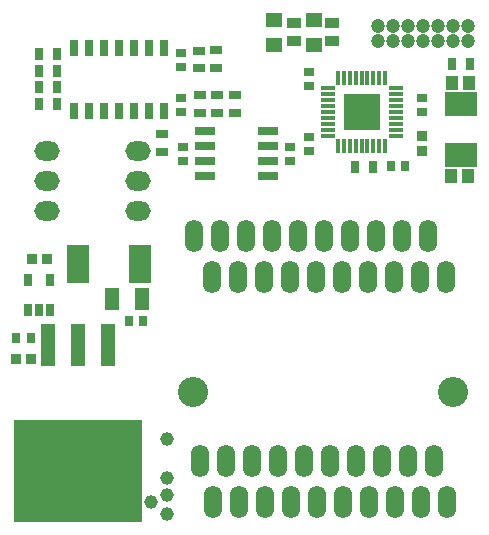
<source format=gts>
G04*
G04 #@! TF.GenerationSoftware,Altium Limited,Altium Designer,21.0.8 (223)*
G04*
G04 Layer_Color=8388736*
%FSLAX25Y25*%
%MOIN*%
G70*
G04*
G04 #@! TF.SameCoordinates,AE60A7D3-7942-428E-9249-63F1B2AFBED3*
G04*
G04*
G04 #@! TF.FilePolarity,Negative*
G04*
G01*
G75*
%ADD20R,0.03543X0.02953*%
%ADD23R,0.03379X0.03174*%
%ADD26R,0.02953X0.03543*%
%ADD28R,0.03174X0.03379*%
%ADD29R,0.02598X0.03937*%
%ADD35R,0.12402X0.12402*%
%ADD36O,0.01575X0.04724*%
%ADD37O,0.04724X0.01575*%
%ADD38R,0.03150X0.04134*%
%ADD39R,0.04134X0.03150*%
%ADD40R,0.05315X0.04921*%
%ADD41R,0.04528X0.03740*%
%ADD42R,0.10827X0.08071*%
%ADD43R,0.04331X0.04724*%
%ADD44R,0.06693X0.02953*%
%ADD45R,0.07598X0.12992*%
%ADD46R,0.02874X0.05236*%
%ADD47R,0.05136X0.07308*%
%ADD48R,0.42717X0.34449*%
%ADD49R,0.04528X0.13976*%
%ADD50C,0.04724*%
%ADD51O,0.08465X0.06496*%
%ADD52O,0.06102X0.10827*%
%ADD53C,0.10039*%
%ADD54C,0.02559*%
%ADD55C,0.04528*%
D20*
X310900Y348462D02*
D03*
Y343738D02*
D03*
X348700Y356838D02*
D03*
Y361562D02*
D03*
X310900Y370200D02*
D03*
Y365476D02*
D03*
X304500Y340438D02*
D03*
Y345162D02*
D03*
X268900Y340438D02*
D03*
Y345162D02*
D03*
X268200Y376662D02*
D03*
Y371938D02*
D03*
Y356900D02*
D03*
Y361624D02*
D03*
D23*
X348700Y343835D02*
D03*
Y348765D02*
D03*
D26*
X338400Y338800D02*
D03*
X343124D02*
D03*
X255724Y287200D02*
D03*
X251000D02*
D03*
X213438Y281500D02*
D03*
X218162D02*
D03*
D28*
X223530Y307800D02*
D03*
X218600D02*
D03*
X213435Y274700D02*
D03*
X218365D02*
D03*
D29*
X217160Y301018D02*
D03*
X224640D02*
D03*
Y290782D02*
D03*
X220900D02*
D03*
X217160D02*
D03*
D35*
X328481Y356874D02*
D03*
D36*
X336355Y345555D02*
D03*
X334387D02*
D03*
X332418D02*
D03*
X330450D02*
D03*
X328481D02*
D03*
X326513D02*
D03*
X324544D02*
D03*
X322576D02*
D03*
X320607D02*
D03*
Y368193D02*
D03*
X322576D02*
D03*
X324544D02*
D03*
X326513D02*
D03*
X328481D02*
D03*
X330450D02*
D03*
X332418D02*
D03*
X334387D02*
D03*
X336355D02*
D03*
D37*
X317162Y349000D02*
D03*
Y350969D02*
D03*
Y352937D02*
D03*
Y354906D02*
D03*
Y356874D02*
D03*
Y358842D02*
D03*
Y360811D02*
D03*
Y362779D02*
D03*
Y364748D02*
D03*
X339800D02*
D03*
Y362779D02*
D03*
Y360811D02*
D03*
Y358842D02*
D03*
Y356874D02*
D03*
Y354906D02*
D03*
Y352937D02*
D03*
Y350969D02*
D03*
Y349000D02*
D03*
D38*
X226800Y359600D02*
D03*
X220895D02*
D03*
X226800Y365300D02*
D03*
X220895D02*
D03*
X226800Y370699D02*
D03*
X220895D02*
D03*
X226800Y376266D02*
D03*
X220895D02*
D03*
X364653Y372801D02*
D03*
X358747D02*
D03*
X332153Y338601D02*
D03*
X326247D02*
D03*
D39*
X280455Y356647D02*
D03*
Y362553D02*
D03*
X274512D02*
D03*
Y356647D02*
D03*
X274401Y371447D02*
D03*
Y377353D02*
D03*
X286201Y356647D02*
D03*
Y362553D02*
D03*
X279901Y371547D02*
D03*
Y377453D02*
D03*
X262000Y349406D02*
D03*
Y343500D02*
D03*
D40*
X312500Y379366D02*
D03*
Y387634D02*
D03*
X299197Y379366D02*
D03*
Y387634D02*
D03*
D41*
X318758Y386453D02*
D03*
Y380547D02*
D03*
X305800Y386453D02*
D03*
Y380547D02*
D03*
D42*
X361700Y342600D02*
D03*
Y359529D02*
D03*
D43*
X358746Y366400D02*
D03*
X364454D02*
D03*
X358191Y335400D02*
D03*
X363900D02*
D03*
D44*
X276200D02*
D03*
X297460Y340400D02*
D03*
X276200Y350400D02*
D03*
X297460Y335400D02*
D03*
Y345400D02*
D03*
Y350400D02*
D03*
X276200Y345400D02*
D03*
Y340400D02*
D03*
D45*
X233905Y306300D02*
D03*
X254495D02*
D03*
D46*
X232600Y357200D02*
D03*
X237600D02*
D03*
X242600D02*
D03*
X247600D02*
D03*
X252600D02*
D03*
X257600D02*
D03*
X262600D02*
D03*
Y378145D02*
D03*
X257600D02*
D03*
X252600D02*
D03*
X247600D02*
D03*
X242600D02*
D03*
X237600D02*
D03*
X232600D02*
D03*
D47*
X245277Y294500D02*
D03*
X255323D02*
D03*
D48*
X234000Y237352D02*
D03*
D49*
Y279084D02*
D03*
X244000D02*
D03*
X224000D02*
D03*
D50*
X333800Y380500D02*
D03*
Y385500D02*
D03*
X338800Y380500D02*
D03*
X343800D02*
D03*
X338800Y385500D02*
D03*
X343800D02*
D03*
X348800Y380500D02*
D03*
Y385500D02*
D03*
X353800Y380500D02*
D03*
X358800D02*
D03*
X363800D02*
D03*
X353800Y385500D02*
D03*
X358800D02*
D03*
X363800D02*
D03*
D51*
X223700Y324000D02*
D03*
Y334000D02*
D03*
Y344000D02*
D03*
X253833Y323988D02*
D03*
Y333988D02*
D03*
Y343988D02*
D03*
D52*
X356469Y301870D02*
D03*
X347807D02*
D03*
X339146D02*
D03*
X330485D02*
D03*
X321823D02*
D03*
X313162D02*
D03*
X304500D02*
D03*
X295839D02*
D03*
X287177D02*
D03*
X278516D02*
D03*
X298595Y315650D02*
D03*
X324579D02*
D03*
X272611D02*
D03*
X281272D02*
D03*
X289933D02*
D03*
X307256D02*
D03*
X315918D02*
D03*
X333240D02*
D03*
X341902D02*
D03*
X350563D02*
D03*
X279058Y226772D02*
D03*
X287719D02*
D03*
X296381D02*
D03*
X305042D02*
D03*
X313703D02*
D03*
X322365D02*
D03*
X331026D02*
D03*
X339688D02*
D03*
X348349D02*
D03*
X357011D02*
D03*
X274727Y240552D02*
D03*
X283388D02*
D03*
X292050D02*
D03*
X300711D02*
D03*
X309373D02*
D03*
X318034D02*
D03*
X326696D02*
D03*
X335357D02*
D03*
X344018D02*
D03*
X352680D02*
D03*
D53*
X358979Y263387D02*
D03*
X272365D02*
D03*
D54*
X328481Y352543D02*
D03*
X324150Y361205D02*
D03*
X328481D02*
D03*
X332812D02*
D03*
X324150Y356874D02*
D03*
X328481D02*
D03*
X332812D02*
D03*
X324150Y352543D02*
D03*
X332812D02*
D03*
D55*
X263500Y229200D02*
D03*
Y222800D02*
D03*
Y248000D02*
D03*
Y235000D02*
D03*
X258200Y226900D02*
D03*
X240450D02*
D03*
X222700D02*
D03*
X251400Y234700D02*
D03*
X233650D02*
D03*
Y250800D02*
D03*
X215900Y234700D02*
D03*
Y250800D02*
D03*
X244500Y243000D02*
D03*
X224300D02*
D03*
X251400Y250800D02*
D03*
M02*

</source>
